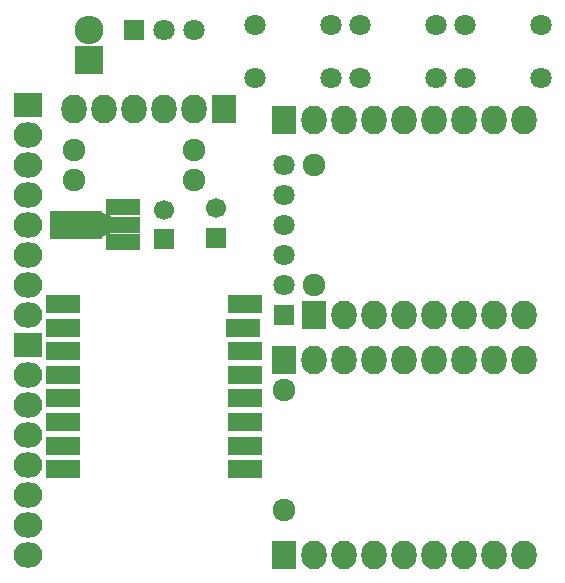
<source format=gbs>
G04 #@! TF.FileFunction,Soldermask,Bot*
%FSLAX46Y46*%
G04 Gerber Fmt 4.6, Leading zero omitted, Abs format (unit mm)*
G04 Created by KiCad (PCBNEW 4.0.2-stable) date Thursday, August 11, 2016 'amt' 12:54:17 am*
%MOMM*%
G01*
G04 APERTURE LIST*
%ADD10C,0.100000*%
%ADD11R,2.432000X2.432000*%
%ADD12O,2.432000X2.432000*%
%ADD13R,2.900000X1.500000*%
%ADD14R,1.700000X1.700000*%
%ADD15C,1.700000*%
%ADD16C,1.797000*%
%ADD17C,1.924000*%
%ADD18R,2.127200X2.432000*%
%ADD19O,2.127200X2.432000*%
%ADD20R,2.432000X2.127200*%
%ADD21O,2.432000X2.127200*%
%ADD22R,1.797000X1.797000*%
%ADD23R,2.901900X1.400760*%
%ADD24R,4.400500X2.398980*%
G04 APERTURE END LIST*
D10*
D11*
X6705600Y-4445000D03*
D12*
X6705600Y-1905000D03*
D13*
X4456200Y-39116000D03*
X4456200Y-37116000D03*
X4456200Y-35116000D03*
X4456200Y-33116000D03*
X4456200Y-31116000D03*
X4456200Y-29116000D03*
X4456200Y-27116000D03*
X4456200Y-25116000D03*
X19856200Y-25116000D03*
X19756200Y-27116000D03*
X19856200Y-29116000D03*
X19856200Y-31116000D03*
X19856200Y-33116000D03*
X19856200Y-35116000D03*
X19856200Y-37116000D03*
X19856200Y-39116000D03*
D14*
X17399000Y-19518000D03*
D15*
X17399000Y-17018000D03*
D16*
X27190700Y-1469000D03*
X27190700Y-5969000D03*
X20690700Y-1469000D03*
X20690700Y-5969000D03*
D14*
X13030200Y-19645000D03*
D15*
X13030200Y-17145000D03*
D17*
X5435600Y-14605000D03*
X15595600Y-14605000D03*
D18*
X18110200Y-8636000D03*
D19*
X15570200Y-8636000D03*
X13030200Y-8636000D03*
X10490200Y-8636000D03*
X7950200Y-8636000D03*
X5410200Y-8636000D03*
D17*
X25730200Y-23495000D03*
X25730200Y-13335000D03*
D20*
X1498600Y-8255000D03*
D21*
X1498600Y-10795000D03*
X1498600Y-13335000D03*
X1498600Y-15875000D03*
X1498600Y-18415000D03*
X1498600Y-20955000D03*
X1498600Y-23495000D03*
X1498600Y-26035000D03*
D20*
X1498600Y-28575000D03*
D21*
X1498600Y-31115000D03*
X1498600Y-33655000D03*
X1498600Y-36195000D03*
X1498600Y-38735000D03*
X1498600Y-41275000D03*
X1498600Y-43815000D03*
X1498600Y-46355000D03*
D18*
X23190200Y-9525000D03*
D19*
X25730200Y-9525000D03*
X28270200Y-9525000D03*
X30810200Y-9525000D03*
X33350200Y-9525000D03*
X35890200Y-9525000D03*
X38430200Y-9525000D03*
X40970200Y-9525000D03*
X43510200Y-9525000D03*
D18*
X25730200Y-26035000D03*
D19*
X28270200Y-26035000D03*
X30810200Y-26035000D03*
X33350200Y-26035000D03*
X35890200Y-26035000D03*
X38430200Y-26035000D03*
X40970200Y-26035000D03*
X43510200Y-26035000D03*
D18*
X23190200Y-29845000D03*
D19*
X25730200Y-29845000D03*
X28270200Y-29845000D03*
X30810200Y-29845000D03*
X33350200Y-29845000D03*
X35890200Y-29845000D03*
X38430200Y-29845000D03*
X40970200Y-29845000D03*
X43510200Y-29845000D03*
D18*
X23190200Y-46355000D03*
D19*
X25730200Y-46355000D03*
X28270200Y-46355000D03*
X30810200Y-46355000D03*
X33350200Y-46355000D03*
X35890200Y-46355000D03*
X38430200Y-46355000D03*
X40970200Y-46355000D03*
X43510200Y-46355000D03*
D17*
X23190200Y-32385000D03*
X23190200Y-42545000D03*
X5435600Y-12065000D03*
X15595600Y-12065000D03*
D22*
X23190200Y-26035000D03*
D16*
X23190200Y-23495000D03*
X23190200Y-20955000D03*
X23190200Y-18415000D03*
X23190200Y-15875000D03*
X23190200Y-13335000D03*
D22*
X10515600Y-1905000D03*
D16*
X13055600Y-1905000D03*
X15595600Y-1905000D03*
D23*
X9552940Y-16913860D03*
X9552940Y-18415000D03*
X9552940Y-19916140D03*
D24*
X5600700Y-18415000D03*
D10*
G36*
X8524850Y-19115380D02*
X7375550Y-19615760D01*
X7375550Y-17214240D01*
X8524850Y-17714620D01*
X8524850Y-19115380D01*
X8524850Y-19115380D01*
G37*
D16*
X36080700Y-1469000D03*
X36080700Y-5969000D03*
X29580700Y-1469000D03*
X29580700Y-5969000D03*
X44970700Y-1469000D03*
X44970700Y-5969000D03*
X38470700Y-1469000D03*
X38470700Y-5969000D03*
M02*

</source>
